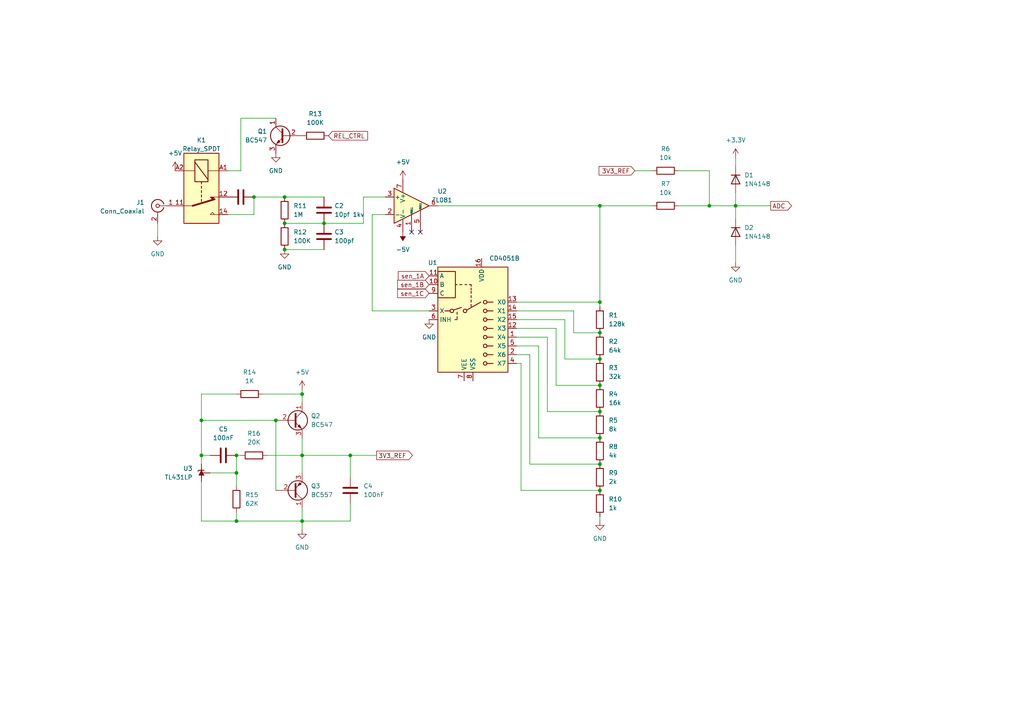
<source format=kicad_sch>
(kicad_sch (version 20231120) (generator "eeschema") (generator_version "8.0")
  (paper "A4")
  (title_block (title "Analog Part of RP-Pi-Oscope") (date "2024-10-25") (rev "1.2") (company "epsi1on + HS6502 + axiom") (comment 1 "Developing..."))
  (lib_symbols
    (symbol "+5V_1" (power) (pin_numbers hide) (pin_names (offset 0) hide)
      (property "Value" "+5V" (at 0 3.556 0))
      (symbol "+5V_1_0_1"
        (polyline (pts (xy -0.762 1.27) (xy 0 2.54)))
        (polyline (pts (xy 0 0) (xy 0 2.54)))
        (polyline (pts (xy 0 2.54) (xy 0.762 1.27)))
      )
      (symbol "+5V_1_1_1"
        (pin power_in line (at 0 0 90) (length 0) (name "~") (number "1"))
      )
    )
    (symbol "Amplifier_Operational:TL081" (pin_names (offset 0.127))
      (property "Reference" "U" (at 0 6.35 0))
      (property "Value" "TL081" (at 0 3.81 0))
      (symbol "TL081_0_1"
        (polyline (pts (xy -5.08 5.08) (xy 5.08 0) (xy -5.08 -5.08) (xy -5.08 5.08)) (stroke (width 0.254)) (fill (type background)))
      )
      (symbol "TL081_1_1"
        (pin input line (at 0 -7.62 90) (length 5.08) (name "NULL") (number "1"))
        (pin input line (at -7.62 -2.54 0) (length 2.54) (name "-") (number "2"))
        (pin input line (at -7.62 2.54 0) (length 2.54) (name "+") (number "3"))
        (pin power_in line (at -2.54 -7.62 90) (length 3.81) (name "V-") (number "4"))
        (pin input line (at 2.54 -7.62 90) (length 6.35) (name "NULL") (number "5"))
        (pin output line (at 7.62 0 180) (length 2.54) (name "~") (number "6"))
        (pin power_in line (at -2.54 7.62 270) (length 3.81) (name "V+") (number "7"))
        (pin no_connect line (at 0 2.54 270) (length 2.54) hide (name "NC") (number "8"))
      )
    )
    (symbol "Analog_Switch:CD4051B"
      (property "Reference" "U" (at -10.16 16.51 0))
      (property "Value" "CD4051B" (at 3.81 16.51 0))
      (symbol "CD4051B_0_1"
        (rectangle (start -10.16 6.35) (end -5.08 13.97) (stroke (width 0.254)))
        (rectangle (start -10.16 15.24) (end 10.16 -15.24) (stroke (width 0.254)) (fill (type background)))
        (circle (center -6.096 2.54) (radius 0.508) (stroke (width 0.254)))
        (circle (center -2.286 2.54) (radius 0.508) (stroke (width 0.254)))
        (polyline (pts (xy -8.128 2.54) (xy -6.604 2.54)) (stroke (width 0.254)))
        (polyline (pts (xy -5.588 2.794) (xy -3.302 3.556)) (stroke (width 0.254)))
        (polyline (pts (xy -4.572 0) (xy -5.207 0)) (stroke (width 0.254)))
        (polyline (pts (xy -4.572 0.254) (xy -4.572 0.889)) (stroke (width 0.254)))
        (polyline (pts (xy -4.572 1.524) (xy -4.572 2.159)) (stroke (width 0.254)))
        (polyline (pts (xy -4.572 10.16) (xy -5.08 10.16)) (stroke (width 0.254)))
        (polyline (pts (xy -3.81 10.16) (xy -3.175 10.16)) (stroke (width 0.254)))
        (polyline (pts (xy -1.778 2.794) (xy 2.286 5.08)) (stroke (width 0.254)))
        (polyline (pts (xy -1.778 10.16) (xy -2.286 10.16)) (stroke (width 0.254)))
        (polyline (pts (xy -0.508 3.81) (xy -0.508 4.445)) (stroke (width 0.254)))
        (polyline (pts (xy -0.508 5.08) (xy -0.508 5.715)) (stroke (width 0.254)))
        (polyline (pts (xy -0.508 6.35) (xy -0.508 6.985)) (stroke (width 0.254)))
        (polyline (pts (xy -0.508 7.62) (xy -0.508 8.255)) (stroke (width 0.254)))
        (polyline (pts (xy -0.508 8.636) (xy -0.508 9.144)) (stroke (width 0.254)))
        (polyline (pts (xy -0.508 9.652) (xy -0.508 10.16)) (stroke (width 0.254)))
        (polyline (pts (xy -0.508 10.16) (xy -1.016 10.16)) (stroke (width 0.254)))
        (polyline (pts (xy 4.064 -12.7) (xy 5.842 -12.7)) (stroke (width 0.254)))
        (polyline (pts (xy 4.064 -10.16) (xy 5.842 -10.16)) (stroke (width 0.254)))
        (polyline (pts (xy 4.064 -7.62) (xy 5.842 -7.62)) (stroke (width 0.254)))
        (polyline (pts (xy 4.064 -5.08) (xy 5.842 -5.08)) (stroke (width 0.254)))
        (polyline (pts (xy 4.064 -2.54) (xy 5.842 -2.54)) (stroke (width 0.254)))
        (polyline (pts (xy 4.064 0) (xy 5.842 0)) (stroke (width 0.254)))
        (polyline (pts (xy 4.064 2.54) (xy 5.842 2.54)) (stroke (width 0.254)))
        (polyline (pts (xy 4.064 5.08) (xy 5.842 5.08)) (stroke (width 0.254)))
        (circle (center 3.556 -12.7) (radius 0.508) (stroke (width 0.254)))
        (circle (center 3.556 -10.16) (radius 0.508) (stroke (width 0.254)))
        (circle (center 3.556 -7.62) (radius 0.508) (stroke (width 0.254)))
        (circle (center 3.556 -5.08) (radius 0.508) (stroke (width 0.254)))
        (circle (center 3.556 -2.54) (radius 0.508) (stroke (width 0.254)))
        (circle (center 3.556 0) (radius 0.508) (stroke (width 0.254)))
        (circle (center 3.556 2.54) (radius 0.508) (stroke (width 0.254)))
        (circle (center 3.556 5.08) (radius 0.508) (stroke (width 0.254)))
      )
      (symbol "CD4051B_1_1"
        (pin bidirectional line (at 12.7 -5.08 180) (length 2.54) (name "X4") (number "1"))
        (pin input line (at -12.7 10.16 0) (length 2.54) (name "B") (number "10"))
        (pin input line (at -12.7 12.7 0) (length 2.54) (name "A") (number "11"))
        (pin bidirectional line (at 12.7 -2.54 180) (length 2.54) (name "X3") (number "12"))
        (pin bidirectional line (at 12.7 5.08 180) (length 2.54) (name "X0") (number "13"))
        (pin bidirectional line (at 12.7 2.54 180) (length 2.54) (name "X1") (number "14"))
        (pin bidirectional line (at 12.7 0 180) (length 2.54) (name "X2") (number "15"))
        (pin power_in line (at 2.54 17.78 270) (length 2.54) (name "VDD") (number "16"))
        (pin bidirectional line (at 12.7 -10.16 180) (length 2.54) (name "X6") (number "2"))
        (pin bidirectional line (at -12.7 2.54 0) (length 2.54) (name "X") (number "3"))
        (pin bidirectional line (at 12.7 -12.7 180) (length 2.54) (name "X7") (number "4"))
        (pin bidirectional line (at 12.7 -7.62 180) (length 2.54) (name "X5") (number "5"))
        (pin input line (at -12.7 0 0) (length 2.54) (name "INH") (number "6"))
        (pin power_in line (at -2.54 -17.78 90) (length 2.54) (name "VEE") (number "7"))
        (pin power_in line (at 0 -17.78 90) (length 2.54) (name "VSS") (number "8"))
        (pin input line (at -12.7 7.62 0) (length 2.54) (name "C") (number "9"))
      )
    )
    (symbol "Connector:Conn_Coaxial" (pin_names (offset 1.016) hide)
      (property "Reference" "J" (at 0.254 3.048 0))
      (property "Value" "Conn_Coaxial" (at 2.921 0 90))
      (symbol "Conn_Coaxial_0_1"
        (arc (start -1.778 -0.508) (mid 0.2311 -1.8066) (end 1.778 0) (stroke (width 0.254)))
        (polyline (pts (xy -2.54 0) (xy -0.508 0)))
        (polyline (pts (xy 0 -2.54) (xy 0 -1.778)))
        (circle (center 0 0) (radius 0.508) (stroke (width 0.2032)))
        (arc (start 1.778 0) (mid 0.2099 1.8101) (end -1.778 0.508) (stroke (width 0.254)))
      )
      (symbol "Conn_Coaxial_1_1"
        (pin passive line (at -5.08 0 0) (length 2.54) (name "In") (number "1"))
        (pin passive line (at 0 -5.08 90) (length 2.54) (name "Ext") (number "2"))
      )
    )
    (symbol "Custom_Device:C" (pin_numbers hide) (pin_names (offset 0.254))
      (property "Reference" "C" (at 0.635 2.54 0))
      (property "Value" "C" (at 0.635 -2.54 0))
      (symbol "C_0_1"
        (polyline (pts (xy -2.032 -0.762) (xy 2.032 -0.762)) (stroke (width 0.508)))
        (polyline (pts (xy -2.032 0.762) (xy 2.032 0.762)) (stroke (width 0.508)))
      )
      (symbol "C_1_1"
        (pin passive line (at 0 3.81 270) (length 2.794) (name "~") (number "1"))
        (pin passive line (at 0 -3.81 90) (length 2.794) (name "~") (number "2"))
      )
    )
    (symbol "Custom_Device:R" (pin_numbers hide) (pin_names (offset 0))
      (property "Reference" "R" (at 2.032 0 90))
      (property "Value" "R" (at 0 0 90))
      (symbol "R_0_1"
        (rectangle (start -1.016 -2.54) (end 1.016 2.54) (stroke (width 0.254)))
      )
      (symbol "R_1_1"
        (pin passive line (at 0 3.81 270) (length 1.27) (name "~") (number "1"))
        (pin passive line (at 0 -3.81 90) (length 1.27) (name "~") (number "2"))
      )
    )
    (symbol "Device:C" (pin_numbers hide) (pin_names (offset 0.254))
      (property "Reference" "C" (at 0.635 2.54 0))
      (property "Value" "C" (at 0.635 -2.54 0))
      (symbol "C_0_1"
        (polyline (pts (xy -2.032 -0.762) (xy 2.032 -0.762)) (stroke (width 0.508)))
        (polyline (pts (xy -2.032 0.762) (xy 2.032 0.762)) (stroke (width 0.508)))
      )
      (symbol "C_1_1"
        (pin passive line (at 0 3.81 270) (length 2.794) (name "~") (number "1"))
        (pin passive line (at 0 -3.81 90) (length 2.794) (name "~") (number "2"))
      )
    )
    (symbol "Device:R" (pin_numbers hide) (pin_names (offset 0))
      (property "Reference" "R" (at 2.032 0 90))
      (property "Value" "R" (at 0 0 90))
      (symbol "R_0_1"
        (rectangle (start -1.016 -2.54) (end 1.016 2.54) (stroke (width 0.254)))
      )
      (symbol "R_1_1"
        (pin passive line (at 0 3.81 270) (length 1.27) (name "~") (number "1"))
        (pin passive line (at 0 -3.81 90) (length 1.27) (name "~") (number "2"))
      )
    )
    (symbol "Diode:1N4148" (pin_numbers hide) (pin_names hide)
      (property "Reference" "D" (at 0 2.54 0))
      (property "Value" "1N4148" (at 0 -2.54 0))
      (symbol "1N4148_0_1"
        (polyline (pts (xy -1.27 1.27) (xy -1.27 -1.27)) (stroke (width 0.254)))
        (polyline (pts (xy 1.27 0) (xy -1.27 0)))
        (polyline (pts (xy 1.27 1.27) (xy 1.27 -1.27) (xy -1.27 0) (xy 1.27 1.27)) (stroke (width 0.254)))
      )
      (symbol "1N4148_1_1"
        (pin passive line (at -3.81 0 0) (length 2.54) (name "K") (number "1"))
        (pin passive line (at 3.81 0 180) (length 2.54) (name "A") (number "2"))
      )
    )
    (symbol "GND_1" (power) (pin_numbers hide) (pin_names (offset 0) hide)
      (property "Value" "GND" (at 0 -3.81 0))
      (symbol "GND_1_0_1"
        (polyline (pts (xy 0 0) (xy 0 -1.27) (xy 1.27 -1.27) (xy 0 -2.54) (xy -1.27 -1.27) (xy 0 -1.27)))
      )
      (symbol "GND_1_1_1"
        (pin power_in line (at 0 0 270) (length 0) (name "~") (number "1"))
      )
    )
    (symbol "Reference_Voltage:TL431LP" (pin_numbers hide) (pin_names hide)
      (property "Reference" "U" (at -2.54 2.54 0))
      (property "Value" "TL431LP" (at 0 -2.54 0))
      (symbol "TL431LP_0_1"
        (polyline (pts (xy -1.27 0) (xy 0 0) (xy 1.27 0)))
        (polyline (pts (xy -0.762 0.762) (xy 0.762 0) (xy -0.762 -0.762)) (fill (type outline)))
        (polyline (pts (xy 0.508 -1.016) (xy 0.762 -0.762) (xy 0.762 0.762) (xy 0.762 0.762)) (stroke (width 0.254)))
      )
      (symbol "TL431LP_1_1"
        (pin passive line (at 0 2.54 270) (length 2.54) (name "REF") (number "1"))
        (pin passive line (at -2.54 0 0) (length 2.54) (name "A") (number "2"))
        (pin passive line (at 2.54 0 180) (length 2.54) (name "K") (number "3"))
      )
    )
    (symbol "Relay:Relay_SPDT"
      (property "Reference" "K" (at 11.43 3.81 0))
      (property "Value" "Relay_SPDT" (at 11.43 1.27 0))
      (symbol "Relay_SPDT_0_0"
        (polyline (pts (xy 7.62 5.08) (xy 7.62 2.54) (xy 6.985 3.175) (xy 7.62 3.81)))
      )
      (symbol "Relay_SPDT_0_1"
        (rectangle (start -10.16 5.08) (end 10.16 -5.08) (stroke (width 0.254)) (fill (type background)))
        (rectangle (start -8.255 1.905) (end -1.905 -1.905) (stroke (width 0.254)))
        (polyline (pts (xy -7.62 -1.905) (xy -2.54 1.905)) (stroke (width 0.254)))
        (polyline (pts (xy -5.08 -5.08) (xy -5.08 -1.905)))
        (polyline (pts (xy -5.08 5.08) (xy -5.08 1.905)))
        (polyline (pts (xy -1.905 0) (xy -1.27 0)) (stroke (width 0.254)))
        (polyline (pts (xy -0.635 0) (xy 0 0)) (stroke (width 0.254)))
        (polyline (pts (xy 0.635 0) (xy 1.27 0)) (stroke (width 0.254)))
        (polyline (pts (xy 1.905 0) (xy 2.54 0)) (stroke (width 0.254)))
        (polyline (pts (xy 3.175 0) (xy 3.81 0)) (stroke (width 0.254)))
        (polyline (pts (xy 5.08 -2.54) (xy 3.175 3.81)) (stroke (width 0.508)))
        (polyline (pts (xy 5.08 -2.54) (xy 5.08 -5.08)))
        (polyline (pts (xy 2.54 5.08) (xy 2.54 2.54) (xy 3.175 3.175) (xy 2.54 3.81)) (fill (type outline)))
      )
      (symbol "Relay_SPDT_1_1"
        (pin passive line (at 5.08 -7.62 90) (length 2.54) (name "~") (number "11"))
        (pin passive line (at 2.54 7.62 270) (length 2.54) (name "~") (number "12"))
        (pin passive line (at 7.62 7.62 270) (length 2.54) (name "~") (number "14"))
        (pin passive line (at -5.08 7.62 270) (length 2.54) (name "~") (number "A1"))
        (pin passive line (at -5.08 -7.62 90) (length 2.54) (name "~") (number "A2"))
      )
    )
    (symbol "Transistor_BJT:BC547" (pin_names (offset 0) hide)
      (property "Reference" "Q" (at 5.08 1.905 0))
      (property "Value" "BC547" (at 5.08 0 0))
      (symbol "BC547_0_1"
        (polyline (pts (xy 0 0) (xy 0.635 0)))
        (polyline (pts (xy 0.635 0.635) (xy 2.54 2.54)))
        (polyline (pts (xy 0.635 -0.635) (xy 2.54 -2.54) (xy 2.54 -2.54)))
        (polyline (pts (xy 0.635 1.905) (xy 0.635 -1.905) (xy 0.635 -1.905)) (stroke (width 0.508)))
        (polyline (pts (xy 1.27 -1.778) (xy 1.778 -1.27) (xy 2.286 -2.286) (xy 1.27 -1.778) (xy 1.27 -1.778)) (fill (type outline)))
        (circle (center 1.27 0) (radius 2.8194) (stroke (width 0.254)))
      )
      (symbol "BC547_1_1"
        (pin passive line (at 2.54 5.08 270) (length 2.54) (name "C") (number "1"))
        (pin input line (at -5.08 0 0) (length 5.08) (name "B") (number "2"))
        (pin passive line (at 2.54 -5.08 90) (length 2.54) (name "E") (number "3"))
      )
    )
    (symbol "Transistor_BJT:BC557" (pin_names (offset 0) hide)
      (property "Reference" "Q" (at 5.08 1.905 0))
      (property "Value" "BC557" (at 5.08 0 0))
      (symbol "BC557_0_1"
        (polyline (pts (xy 0.635 0.635) (xy 2.54 2.54)))
        (polyline (pts (xy 0.635 -0.635) (xy 2.54 -2.54) (xy 2.54 -2.54)))
        (polyline (pts (xy 0.635 1.905) (xy 0.635 -1.905) (xy 0.635 -1.905)) (stroke (width 0.508)))
        (polyline (pts (xy 2.286 -1.778) (xy 1.778 -2.286) (xy 1.27 -1.27) (xy 2.286 -1.778) (xy 2.286 -1.778)) (fill (type outline)))
        (circle (center 1.27 0) (radius 2.8194) (stroke (width 0.254)))
      )
      (symbol "BC557_1_1"
        (pin passive line (at 2.54 5.08 270) (length 2.54) (name "C") (number "1"))
        (pin input line (at -5.08 0 0) (length 5.715) (name "B") (number "2"))
        (pin passive line (at 2.54 -5.08 90) (length 2.54) (name "E") (number "3"))
      )
    )
    (symbol "power:+3.3V" (power) (pin_names (offset 0))
      (property "Value" "+3.3V" (at 0 3.556 0))
      (symbol "+3.3V_0_1"
        (polyline (pts (xy -0.762 1.27) (xy 0 2.54)))
        (polyline (pts (xy 0 0) (xy 0 2.54)))
        (polyline (pts (xy 0 2.54) (xy 0.762 1.27)))
      )
      (symbol "+3.3V_1_1"
        (pin power_in line (at 0 0 90) (length 0) hide (name "+3.3V") (number "1"))
      )
    )
    (symbol "power:+5V" (power) (pin_names (offset 0))
      (property "Value" "+5V" (at 0 3.556 0))
      (symbol "+5V_0_1"
        (polyline (pts (xy -0.762 1.27) (xy 0 2.54)))
        (polyline (pts (xy 0 0) (xy 0 2.54)))
        (polyline (pts (xy 0 2.54) (xy 0.762 1.27)))
      )
      (symbol "+5V_1_1"
        (pin power_in line (at 0 0 90) (length 0) hide (name "+5V") (number "1"))
      )
    )
    (symbol "power:-5V" (power) (pin_names (offset 0))
      (property "Value" "-5V" (at 0 3.81 0))
      (symbol "-5V_0_0"
        (pin power_in line (at 0 0 90) (length 0) hide (name "-5V") (number "1"))
      )
      (symbol "-5V_0_1"
        (polyline (pts (xy 0 0) (xy 0 1.27) (xy 0.762 1.27) (xy 0 2.54) (xy -0.762 1.27) (xy 0 1.27)) (fill (type outline)))
      )
    )
    (symbol "power:GND" (power) (pin_names (offset 0))
      (property "Value" "GND" (at 0 -3.81 0))
      (symbol "GND_0_1"
        (polyline (pts (xy 0 0) (xy 0 -1.27) (xy 1.27 -1.27) (xy 0 -2.54) (xy -1.27 -1.27) (xy 0 -1.27)))
      )
      (symbol "GND_1_1"
        (pin power_in line (at 0 0 270) (length 0) hide (name "GND") (number "1"))
      )
    )
  )
  (junction (at 87.63 114.3))
  (junction (at 68.58 132.08))
  (junction (at 93.98 64.77))
  (junction (at 68.58 137.16))
  (junction (at 173.99 134.62))
  (junction (at 173.99 87.63))
  (junction (at 205.74 59.69))
  (junction (at 80.01 121.92))
  (junction (at 173.99 119.38))
  (junction (at 68.58 151.13))
  (junction (at 101.6 132.08))
  (junction (at 173.99 111.76))
  (junction (at 173.99 104.14))
  (junction (at 173.99 96.52))
  (junction (at 173.99 127))
  (junction (at 87.63 151.13))
  (junction (at 173.99 142.24))
  (junction (at 87.63 132.08))
  (junction (at 58.42 121.92))
  (junction (at 82.55 64.77))
  (junction (at 213.36 59.69))
  (junction (at 73.66 57.15))
  (junction (at 173.99 59.69))
  (junction (at 82.55 57.15))
  (junction (at 58.42 132.08))
  (junction (at 82.55 72.39))
  (no_connect (at 119.38 67.31))
  (no_connect (at 121.92 67.31))
  (wire (pts (xy 80.01 121.92) (xy 58.42 121.92)))
  (wire (pts (xy 213.36 63.5) (xy 213.36 59.69)))
  (wire (pts (xy 158.75 119.38) (xy 173.99 119.38)))
  (wire (pts (xy 149.86 92.71) (xy 163.83 92.71)))
  (wire (pts (xy 163.83 104.14) (xy 173.99 104.14)))
  (wire (pts (xy 213.36 59.69) (xy 223.52 59.69)))
  (wire (pts (xy 73.66 57.15) (xy 73.66 62.23)))
  (wire (pts (xy 58.42 132.08) (xy 60.96 132.08)))
  (wire (pts (xy 58.42 114.3) (xy 58.42 121.92)))
  (wire (pts (xy 166.37 96.52) (xy 166.37 90.17)))
  (wire (pts (xy 163.83 92.71) (xy 163.83 104.14)))
  (wire (pts (xy 68.58 137.16) (xy 60.96 137.16)))
  (wire (pts (xy 68.58 148.59) (xy 68.58 151.13)))
  (wire (pts (xy 111.76 57.15) (xy 105.41 57.15)))
  (wire (pts (xy 205.74 59.69) (xy 196.85 59.69)))
  (wire (pts (xy 151.13 105.41) (xy 151.13 142.24)))
  (wire (pts (xy 213.36 76.2) (xy 213.36 71.12)))
  (wire (pts (xy 151.13 142.24) (xy 173.99 142.24)))
  (wire (pts (xy 77.47 132.08) (xy 87.63 132.08)))
  (wire (pts (xy 213.36 55.88) (xy 213.36 59.69)))
  (wire (pts (xy 161.29 111.76) (xy 173.99 111.76)))
  (wire (pts (xy 173.99 96.52) (xy 166.37 96.52)))
  (wire (pts (xy 87.63 127) (xy 87.63 132.08)))
  (wire (pts (xy 156.21 127) (xy 173.99 127)))
  (wire (pts (xy 68.58 137.16) (xy 68.58 140.97)))
  (wire (pts (xy 105.41 64.77) (xy 93.98 64.77)))
  (wire (pts (xy 107.95 62.23) (xy 107.95 90.17)))
  (wire (pts (xy 93.98 72.39) (xy 82.55 72.39)))
  (wire (pts (xy 161.29 95.25) (xy 161.29 111.76)))
  (wire (pts (xy 82.55 64.77) (xy 93.98 64.77)))
  (wire (pts (xy 166.37 90.17) (xy 149.86 90.17)))
  (wire (pts (xy 69.85 34.29) (xy 69.85 49.53)))
  (wire (pts (xy 196.85 49.53) (xy 205.74 49.53)))
  (wire (pts (xy 107.95 90.17) (xy 124.46 90.17)))
  (wire (pts (xy 58.42 151.13) (xy 68.58 151.13)))
  (wire (pts (xy 184.15 49.53) (xy 189.23 49.53)))
  (wire (pts (xy 149.86 102.87) (xy 153.67 102.87)))
  (wire (pts (xy 101.6 138.43) (xy 101.6 132.08)))
  (wire (pts (xy 105.41 57.15) (xy 105.41 64.77)))
  (wire (pts (xy 87.63 153.67) (xy 87.63 151.13)))
  (wire (pts (xy 66.04 49.53) (xy 69.85 49.53)))
  (wire (pts (xy 149.86 95.25) (xy 161.29 95.25)))
  (wire (pts (xy 101.6 132.08) (xy 87.63 132.08)))
  (wire (pts (xy 80.01 34.29) (xy 69.85 34.29)))
  (wire (pts (xy 87.63 113.03) (xy 87.63 114.3)))
  (wire (pts (xy 82.55 57.15) (xy 93.98 57.15)))
  (wire (pts (xy 66.04 62.23) (xy 73.66 62.23)))
  (wire (pts (xy 101.6 146.05) (xy 101.6 151.13)))
  (wire (pts (xy 153.67 134.62) (xy 173.99 134.62)))
  (wire (pts (xy 80.01 121.92) (xy 80.01 142.24)))
  (wire (pts (xy 173.99 151.13) (xy 173.99 149.86)))
  (wire (pts (xy 87.63 132.08) (xy 87.63 137.16)))
  (wire (pts (xy 58.42 139.7) (xy 58.42 151.13)))
  (wire (pts (xy 156.21 100.33) (xy 149.86 100.33)))
  (wire (pts (xy 149.86 87.63) (xy 173.99 87.63)))
  (wire (pts (xy 173.99 88.9) (xy 173.99 87.63)))
  (wire (pts (xy 87.63 151.13) (xy 87.63 147.32)))
  (wire (pts (xy 156.21 100.33) (xy 156.21 127)))
  (wire (pts (xy 101.6 132.08) (xy 109.22 132.08)))
  (wire (pts (xy 213.36 45.72) (xy 213.36 48.26)))
  (wire (pts (xy 45.72 64.77) (xy 45.72 68.58)))
  (wire (pts (xy 153.67 102.87) (xy 153.67 134.62)))
  (wire (pts (xy 87.63 114.3) (xy 87.63 116.84)))
  (wire (pts (xy 173.99 59.69) (xy 173.99 87.63)))
  (wire (pts (xy 127 59.69) (xy 173.99 59.69)))
  (wire (pts (xy 101.6 151.13) (xy 87.63 151.13)))
  (wire (pts (xy 76.2 114.3) (xy 87.63 114.3)))
  (wire (pts (xy 149.86 97.79) (xy 158.75 97.79)))
  (wire (pts (xy 158.75 97.79) (xy 158.75 119.38)))
  (wire (pts (xy 205.74 49.53) (xy 205.74 59.69)))
  (wire (pts (xy 68.58 114.3) (xy 58.42 114.3)))
  (wire (pts (xy 68.58 132.08) (xy 68.58 137.16)))
  (wire (pts (xy 68.58 132.08) (xy 69.85 132.08)))
  (wire (pts (xy 58.42 132.08) (xy 58.42 134.62)))
  (wire (pts (xy 82.55 57.15) (xy 73.66 57.15)))
  (wire (pts (xy 149.86 105.41) (xy 151.13 105.41)))
  (wire (pts (xy 68.58 151.13) (xy 87.63 151.13)))
  (wire (pts (xy 205.74 59.69) (xy 213.36 59.69)))
  (wire (pts (xy 111.76 62.23) (xy 107.95 62.23)))
  (wire (pts (xy 189.23 59.69) (xy 173.99 59.69)))
  (wire (pts (xy 58.42 121.92) (xy 58.42 132.08)))
  (global_label "sen_1A" (shape input) (at 124.46 80.01 180) (property "Intersheetrefs" "${INTERSHEET_REFS}" (effects (hide yes))))
  (global_label "sen_1B" (shape input) (at 124.46 82.55 180) (property "Intersheetrefs" "${INTERSHEET_REFS}" (effects (hide yes))))
  (global_label "REL_CTRL" (shape input) (at 95.25 39.37 0) (property "Intersheetrefs" "${INTERSHEET_REFS}" (effects (hide yes))))
  (global_label "3V3_REF" (shape input) (at 184.15 49.53 180) (property "Intersheetrefs" "${INTERSHEET_REFS}" (effects (hide yes))))
  (global_label "ADC" (shape output) (at 223.52 59.69 0) (property "Intersheetrefs" "${INTERSHEET_REFS}" (effects (hide yes))))
  (global_label "sen_1C" (shape input) (at 124.46 85.09 180) (property "Intersheetrefs" "${INTERSHEET_REFS}" (effects (hide yes))))
  (global_label "3V3_REF" (shape output) (at 109.22 132.08 0) (property "Intersheetrefs" "${INTERSHEET_REFS}" (effects (hide yes))))
  (symbol (lib_name "+5V_1") (lib_id "power:+5V") (at 87.63 113.03 0) (unit 1)
    (property "Reference" "#PWR04" (effects (hide yes)))
    (property "Value" "+5V" (at 87.63 107.95 0))
    (property "Description" "Power symbol creates a global label with name \"+5V\"" (effects (hide yes)))
  )
  (symbol (lib_id "Custom_Device:C") (at 101.6 142.24 0) (unit 1)
    (property "Reference" "C4" (at 105.41 140.9699 0) (effects (justify left)))
    (property "Value" "100nF" (at 105.41 143.5099 0) (effects (justify left)))
    (property "Description" "Unpolarized capacitor" (effects (hide yes)))
  )
  (symbol (lib_id "power:+5V") (at 116.84 52.07 0) (unit 1)
    (property "Reference" "#PWR02" (effects (hide yes)))
    (property "Value" "+5V" (at 116.84 46.99 0))
  )
  (symbol (lib_id "power:GND") (at 173.99 151.13 0) (unit 1)
    (property "Reference" "#PWR01" (effects (hide yes)))
    (property "Value" "GND" (at 173.99 156.21 0))
  )
  (symbol (lib_id "Device:R") (at 173.99 107.95 0) (unit 1)
    (property "Reference" "R3" (at 176.53 106.68 0) (effects (justify left)))
    (property "Value" "32k" (at 176.53 109.22 0) (effects (justify left)))
  )
  (symbol (lib_id "Device:R") (at 173.99 146.05 0) (unit 1)
    (property "Reference" "R10" (at 176.53 144.78 0) (effects (justify left)))
    (property "Value" "1k" (at 176.53 147.32 0) (effects (justify left)))
  )
  (symbol (lib_id "Custom_Device:R") (at 68.58 144.78 180) (unit 1)
    (property "Reference" "R15" (at 71.12 143.5099 0) (effects (justify right)))
    (property "Value" "62K" (at 71.12 146.0499 0) (effects (justify right)))
    (property "Description" "Resistor" (effects (hide yes)))
  )
  (symbol (lib_id "Device:R") (at 173.99 92.71 0) (unit 1)
    (property "Reference" "R1" (at 176.53 91.44 0) (effects (justify left)))
    (property "Value" "128k" (at 176.53 93.98 0) (effects (justify left)))
  )
  (symbol (lib_id "power:-5V") (at 116.84 67.31 180) (unit 1)
    (property "Reference" "#PWR03" (effects (hide yes)))
    (property "Value" "-5V" (at 116.84 72.39 0))
  )
  (symbol (lib_id "Custom_Device:R") (at 73.66 132.08 270) (unit 1)
    (property "Reference" "R16" (at 73.66 125.73 90))
    (property "Value" "20K" (at 73.66 128.27 90))
    (property "Description" "Resistor" (effects (hide yes)))
  )
  (symbol (lib_id "Device:R") (at 173.99 115.57 0) (unit 1)
    (property "Reference" "R4" (at 176.53 114.3 0) (effects (justify left)))
    (property "Value" "16k" (at 176.53 116.84 0) (effects (justify left)))
  )
  (symbol (lib_id "Analog_Switch:CD4051B") (at 137.16 92.71 0) (unit 1)
    (property "Reference" "U1" (at 124.1141 76.2 0) (effects (justify left)))
    (property "Value" "CD4051B" (at 141.8941 74.93 0) (effects (justify left)))
    (property "Datasheet" "http://www.ti.com/lit/ds/symlink/cd4052b.pdf" (effects (hide yes)))
  )
  (symbol (lib_name "GND_1") (lib_id "power:GND") (at 87.63 153.67 0) (unit 1)
    (property "Reference" "#PWR011" (effects (hide yes)))
    (property "Value" "GND" (at 87.63 158.75 0))
    (property "Description" "Power symbol creates a global label with name \"GND\" , ground" (effects (hide yes)))
  )
  (symbol (lib_id "Diode:1N4148") (at 213.36 52.07 270) (unit 1)
    (property "Reference" "D1" (at 215.9 50.8 90) (effects (justify left)))
    (property "Value" "1N4148" (at 215.9 53.34 90) (effects (justify left)))
    (property "Footprint" "Diode_THT:D_DO-35_SOD27_P7.62mm_Horizontal" (effects (hide yes)))
    (property "Datasheet" "https://assets.nexperia.com/documents/data-sheet/1N4148_1N4448.pdf" (effects (hide yes)))
    (property "Sim.Device" "D" (effects (hide yes)))
    (property "Sim.Pins" "1=K 2=A" (effects (hide yes)))
  )
  (symbol (lib_id "power:+5V") (at 50.8 49.53 0) (unit 1)
    (property "Reference" "#PWR09" (effects (hide yes)))
    (property "Value" "+5V" (at 50.8 44.45 0))
  )
  (symbol (lib_id "Device:R") (at 173.99 100.33 0) (unit 1)
    (property "Reference" "R2" (at 176.53 99.06 0) (effects (justify left)))
    (property "Value" "64k" (at 176.53 101.6 0) (effects (justify left)))
  )
  (symbol (lib_id "Device:R") (at 82.55 60.96 180) (unit 1)
    (property "Reference" "R11" (at 85.09 59.69 0) (effects (justify right)))
    (property "Value" "1M" (at 85.09 62.23 0) (effects (justify right)))
  )
  (symbol (lib_id "Device:R") (at 82.55 68.58 180) (unit 1)
    (property "Reference" "R12" (at 85.09 67.31 0) (effects (justify right)))
    (property "Value" "100K" (at 85.09 69.85 0) (effects (justify right)))
  )
  (symbol (lib_id "Custom_Device:C") (at 64.77 132.08 90) (unit 1)
    (property "Reference" "C5" (at 64.77 124.46 90))
    (property "Value" "100nF" (at 64.77 127 90))
    (property "Description" "Unpolarized capacitor" (effects (hide yes)))
  )
  (symbol (lib_id "Transistor_BJT:BC547") (at 82.55 39.37 0) (mirror y) (unit 1)
    (property "Reference" "Q1" (at 77.47 38.1 0) (effects (justify left)))
    (property "Value" "BC547" (at 77.47 40.64 0) (effects (justify left)))
    (property "Footprint" "Package_TO_SOT_THT:TO-92_Inline" (effects (hide yes)))
    (property "Datasheet" "https://www.onsemi.com/pub/Collateral/BC550-D.pdf" (effects (hide yes)))
  )
  (symbol (lib_id "Relay:Relay_SPDT") (at 58.42 54.61 270) (unit 1)
    (property "Reference" "K1" (at 58.42 40.64 90))
    (property "Value" "Relay_SPDT" (at 58.42 43.18 90))
  )
  (symbol (lib_id "Device:R") (at 173.99 123.19 0) (unit 1)
    (property "Reference" "R5" (at 176.53 121.92 0) (effects (justify left)))
    (property "Value" "8k" (at 176.53 124.46 0) (effects (justify left)))
  )
  (symbol (lib_id "Diode:1N4148") (at 213.36 67.31 270) (unit 1)
    (property "Reference" "D2" (at 215.9 66.04 90) (effects (justify left)))
    (property "Value" "1N4148" (at 215.9 68.58 90) (effects (justify left)))
    (property "Footprint" "Diode_THT:D_DO-35_SOD27_P7.62mm_Horizontal" (effects (hide yes)))
    (property "Datasheet" "https://assets.nexperia.com/documents/data-sheet/1N4148_1N4448.pdf" (effects (hide yes)))
    (property "Sim.Device" "D" (effects (hide yes)))
    (property "Sim.Pins" "1=K 2=A" (effects (hide yes)))
  )
  (symbol (lib_id "power:GND") (at 124.46 92.71 0) (unit 1)
    (property "Reference" "#PWR012" (effects (hide yes)))
    (property "Value" "GND" (at 124.46 97.79 0))
  )
  (symbol (lib_id "Transistor_BJT:BC547") (at 85.09 121.92 0) (unit 1)
    (property "Reference" "Q2" (at 90.17 120.6499 0) (effects (justify left)))
    (property "Value" "BC547" (at 90.17 123.1899 0) (effects (justify left)))
    (property "Footprint" "Package_TO_SOT_THT:TO-92_Inline" (effects (hide yes)))
    (property "Datasheet" "https://www.onsemi.com/pub/Collateral/BC550-D.pdf" (effects (hide yes)))
    (property "Description" "0.1A Ic, 45V Vce, Small Signal NPN Transistor, TO-92" (effects (hide yes)))
  )
  (symbol (lib_id "Device:R") (at 193.04 49.53 90) (unit 1)
    (property "Reference" "R6" (at 193.04 43.18 90))
    (property "Value" "10k" (at 193.04 45.72 90))
  )
  (symbol (lib_id "power:GND") (at 82.55 72.39 0) (unit 1)
    (property "Reference" "#PWR08" (effects (hide yes)))
    (property "Value" "GND" (at 82.55 77.47 0))
  )
  (symbol (lib_id "Device:C") (at 93.98 60.96 180) (unit 1)
    (property "Reference" "C2" (at 96.9955 59.69 0) (effects (justify right)))
    (property "Value" "10pf 1kv" (at 96.9955 62.23 0) (effects (justify right)))
  )
  (symbol (lib_id "Connector:Conn_Coaxial") (at 45.72 59.69 0) (mirror y) (unit 1)
    (property "Reference" "J1" (at 41.91 58.7132 0) (effects (justify left)))
    (property "Value" "Conn_Coaxial" (at 41.91 61.2532 0) (effects (justify left)))
    (property "Datasheet" " ~" (effects (hide yes)))
  )
  (symbol (lib_id "Device:R") (at 193.04 59.69 90) (unit 1)
    (property "Reference" "R7" (at 193.04 53.34 90))
    (property "Value" "10k" (at 193.04 55.88 90))
  )
  (symbol (lib_id "Device:R") (at 173.99 138.43 0) (unit 1)
    (property "Reference" "R9" (at 176.53 137.16 0) (effects (justify left)))
    (property "Value" "2k" (at 176.53 139.7 0) (effects (justify left)))
  )
  (symbol (lib_id "Device:C") (at 69.85 57.15 90) (unit 1)
    (property "Reference" "C1" (effects (hide yes)))
    (property "Value" "C" (effects (hide yes)))
  )
  (symbol (lib_id "Device:C") (at 93.98 68.58 180) (unit 1)
    (property "Reference" "C3" (at 96.9955 67.31 0) (effects (justify right)))
    (property "Value" "100pf" (at 96.9955 69.85 0) (effects (justify right)))
  )
  (symbol (lib_id "Transistor_BJT:BC557") (at 85.09 142.24 0) (mirror x) (unit 1)
    (property "Reference" "Q3" (at 90.17 140.9699 0) (effects (justify left)))
    (property "Value" "BC557" (at 90.17 143.5099 0) (effects (justify left)))
    (property "Footprint" "Package_TO_SOT_THT:TO-92_Inline" (effects (hide yes)))
    (property "Datasheet" "https://www.onsemi.com/pub/Collateral/BC556BTA-D.pdf" (effects (hide yes)))
    (property "Description" "0.1A Ic, 45V Vce, PNP Small Signal Transistor, TO-92" (effects (hide yes)))
  )
  (symbol (lib_id "Device:R") (at 91.44 39.37 270) (unit 1)
    (property "Reference" "R13" (at 91.44 33.02 90))
    (property "Value" "100K" (at 91.44 35.56 90))
  )
  (symbol (lib_id "Reference_Voltage:TL431LP") (at 58.42 137.16 270) (mirror x) (unit 1)
    (property "Reference" "U3" (at 55.88 135.8899 90) (effects (justify right)))
    (property "Value" "TL431LP" (at 55.88 138.4299 90) (effects (justify right)))
    (property "Footprint" "Package_TO_SOT_THT:TO-92_Inline" (effects (hide yes)))
    (property "Datasheet" "http://www.ti.com/lit/ds/symlink/tl431.pdf" (effects (hide yes)))
  )
  (symbol (lib_id "Amplifier_Operational:TL081") (at 119.38 59.69 0) (unit 1)
    (property "Reference" "U2" (at 128.27 55.4991 0))
    (property "Value" "TL081" (at 128.27 58.0391 0))
    (property "Datasheet" "http://www.ti.com/lit/ds/symlink/tl081.pdf" (effects (hide yes)))
  )
  (symbol (lib_id "Device:R") (at 173.99 130.81 0) (unit 1)
    (property "Reference" "R8" (at 176.53 129.54 0) (effects (justify left)))
    (property "Value" "4k" (at 176.53 132.08 0) (effects (justify left)))
  )
  (symbol (lib_id "Custom_Device:R") (at 72.39 114.3 90) (unit 1)
    (property "Reference" "R14" (at 72.39 107.95 90))
    (property "Value" "1K" (at 72.39 110.49 90))
    (property "Description" "Resistor" (effects (hide yes)))
  )
  (symbol (lib_id "power:+3.3V") (at 213.36 45.72 0) (unit 1)
    (property "Reference" "#PWR05" (effects (hide yes)))
    (property "Value" "+3.3V" (at 213.36 40.64 0))
  )
  (symbol (lib_id "power:GND") (at 45.72 68.58 0) (unit 1)
    (property "Reference" "#PWR07" (effects (hide yes)))
    (property "Value" "GND" (at 45.72 73.66 0))
  )
  (symbol (lib_id "power:GND") (at 80.01 44.45 0) (unit 1)
    (property "Reference" "#PWR010" (effects (hide yes)))
    (property "Value" "GND" (at 80.01 49.53 0))
  )
  (symbol (lib_id "power:GND") (at 213.36 76.2 0) (unit 1)
    (property "Reference" "#PWR06" (effects (hide yes)))
    (property "Value" "GND" (at 213.36 81.28 0))
  )
)
</source>
